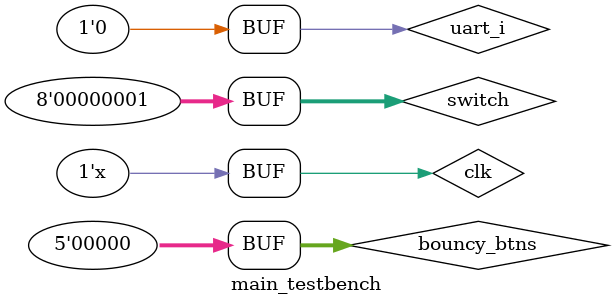
<source format=v>
`timescale 1ns / 1ps


module main_testbench;

	// Inputs
	reg uart_i;
	reg clk;
	reg [4:0] bouncy_btns;
	reg [7:0] switch;

	// Outputs
	wire [7:0] led;
	wire uart_o;

	// Instantiate the Unit Under Test (UUT)
	main uut (
		.led(led), 
		.uart_i(uart_i), 
		.uart_o(uart_o), 
		.switch(switch),
		.clk(clk), 
		.bouncy_btns(bouncy_btns)
	);
	initial begin
		// Initialize Inputs
		uart_i = 0;
		clk = 0;
		bouncy_btns = 0;
		switch = 8'b00000001;

		// Wait 100 ns for global reset to finish
		#100;
		bouncy_btns = 5'b00001;
		#100;
		bouncy_btns = 5'b10000;
		#100;
		bouncy_btns = 5'b00000;
		#100;
		
		
        
		// Add stimulus here

	end
      
always #5 clk = ~clk;
endmodule


</source>
